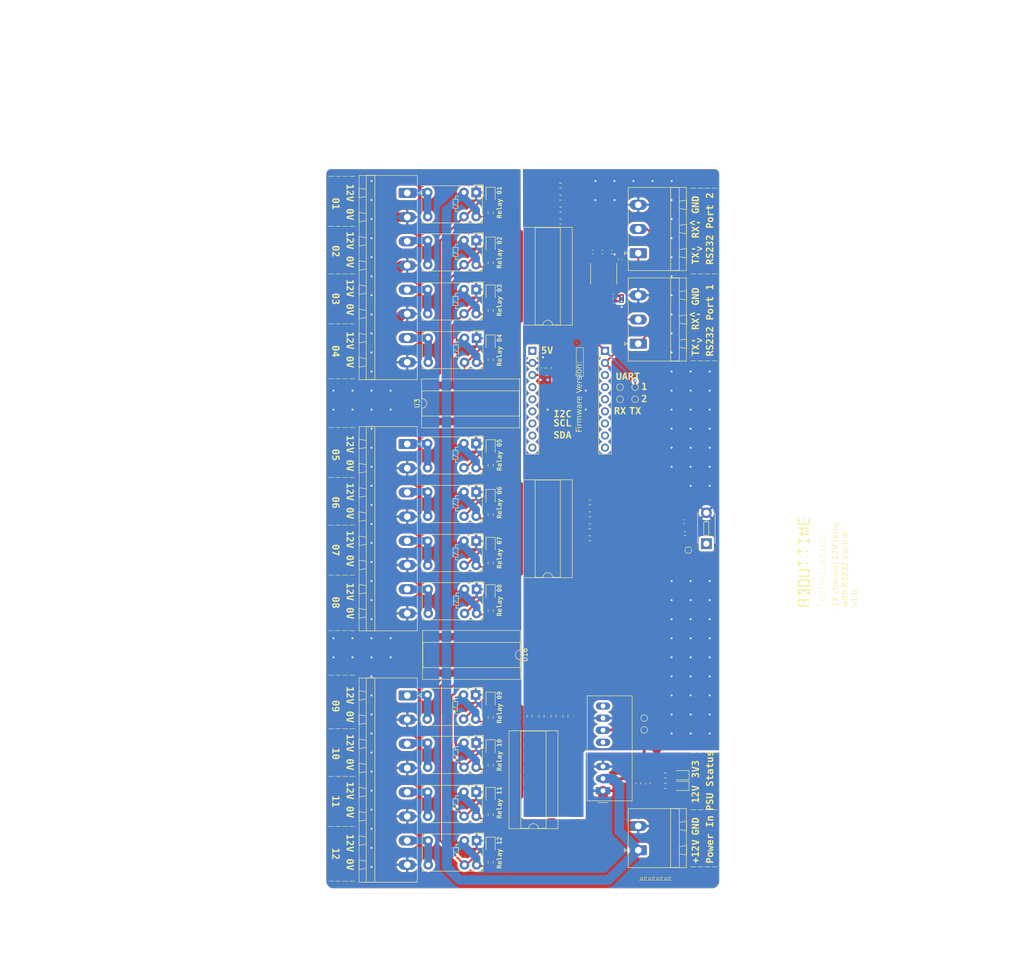
<source format=kicad_pcb>
(kicad_pcb (version 20240108) (generator "pcbnew") (generator_version "8.0")
  (layers (0 "F.Cu" signal) (31 "B.Cu" signal) (34 "B.Paste" user) (35 "F.Paste" user) (36 "B.SilkS" user "B.Silkscreen") (37 "F.SilkS" user "F.Silkscreen") (38 "B.Mask" user) (39 "F.Mask" user) (44 "Edge.Cuts" user))
  (net 0 "")
  (net 1 "GND")
  (net 2 "+12V")
  (net 3 "+3V3")
  (net 4 "GNDREF")
  (net 5 "Net-(U4-C1-)")
  (net 6 "Net-(U4-C1+)")
  (net 9 "+5V")
  (net 10 "Net-(U4-C2+)")
  (net 11 "Net-(U4-C2-)")
  (net 12 "Net-(U4-VS-)")
  (net 13 "Net-(U4-VS+)")
  (net 14 "BTN_01")
  (net 15 "/ULN_RELAY_05")
  (net 16 "RS232_1_RX")
  (net 17 "RS232_1_TX")
  (net 18 "RS232_2_TX")
  (net 19 "RS232_2_RX")
  (net 20 "/ULN_RELAY_06")
  (net 21 "/ULN_RELAY_07")
  (net 22 "/ULN_RELAY_08")
  (net 23 "/ULN_RELAY_09")
  (net 24 "Net-(D5-A)")
  (net 25 "Net-(D6-A)")
  (net 26 "Net-(D2-A)")
  (net 27 "/ULN_RELAY_10")
  (net 28 "/ULN_RELAY_11")
  (net 29 "/ULN_RELAY_12")
  (net 30 "/ULN_RELAY_01")
  (net 31 "/ULN_RELAY_02")
  (net 32 "/ULN_RELAY_03")
  (net 33 "/ULN_RELAY_04")
  (net 34 "/RELAY_OUT_03")
  (net 35 "/RELAY_OUT_04")
  (net 36 "/RELAY_OUT_02")
  (net 37 "/RELAY_OUT_01")
  (net 38 "/RELAY_OUT_07")
  (net 39 "Net-(D9-A)")
  (net 40 "Net-(D11-A)")
  (net 41 "/RELAY_OUT_05")
  (net 42 "/RELAY_OUT_08")
  (net 43 "/RELAY_OUT_06")
  (net 44 "/ESP_32_GPIO_05")
  (net 45 "/ESP_32_GPIO_01")
  (net 46 "/ESP_32_GPIO_02")
  (net 47 "/ESP_32_GPIO_00")
  (net 48 "/ESP_32_GPIO_04")
  (net 49 "/ESP_32_GPIO_03")
  (net 50 "/ESP_32_GPIO_15")
  (net 51 "UART_1_TX")
  (net 52 "/ESP_32_GPIO_18")
  (net 53 "UART_1_RX")
  (net 54 "/ESP_32_GPIO_20")
  (net 55 "UART_2_RX")
  (net 56 "UART_2_TX")
  (net 57 "/ESP_32_GPIO_19")
  (net 58 "/ESP_32_GPIO_22")
  (net 59 "Net-(D4-A)")
  (net 60 "Net-(D13-A)")
  (net 61 "/ESP_32_GPIO_21")
  (net 62 "/RELAY_OUT_09")
  (net 63 "/RELAY_OUT_12")
  (net 64 "/RELAY_OUT_11")
  (net 65 "/RELAY_OUT_10")
  (net 66 "Net-(R3-Pad2)")
  (net 67 "/RELAY_IN_05")
  (net 68 "Net-(R4-Pad2)")
  (net 69 "/RELAY_IN_06")
  (net 70 "/RELAY_IN_07")
  (net 71 "Net-(R9-Pad2)")
  (net 72 "/RELAY_IN_08")
  (net 73 "Net-(R11-Pad2)")
  (net 74 "/RELAY_IN_09")
  (net 75 "Net-(R13-Pad2)")
  (net 76 "/RELAY_IN_10")
  (net 77 "Net-(R15-Pad2)")
  (net 78 "/RELAY_IN_11")
  (net 79 "Net-(R17-Pad2)")
  (net 80 "Net-(R19-Pad2)")
  (net 81 "/RELAY_IN_12")
  (net 82 "/RELAY_IN_01")
  (net 83 "Net-(R21-Pad2)")
  (net 84 "Net-(R23-Pad2)")
  (net 85 "/RELAY_IN_02")
  (net 86 "/RELAY_IN_03")
  (net 87 "Net-(D1-A)")
  (net 88 "Net-(R25-Pad2)")
  (net 89 "/RELAY_IN_04")
  (net 90 "Net-(D3-A)")
  (net 91 "Net-(D7-A)")
  (net 92 "/ULN_ISO_05")
  (net 93 "/ULN_ISO_04")
  (net 94 "Net-(D8-A)")
  (net 95 "/ULN_ISO_02")
  (net 96 "Net-(D10-A)")
  (net 97 "Net-(D12-A)")
  (net 98 "/ULN_ISO_06")
  (net 99 "Net-(D14-A)")
  (net 101 "/ULN_ISO_01")
  (net 103 "/ULN_ISO_03")
  (net 104 "/ULN_ISO_07")
  (net 105 "/ULN_ISO_08")
  (net 106 "/ULN_ISO_09")
  (net 107 "/ULN_ISO_10")
  (net 108 "/ULN_ISO_11")
  (net 109 "/ULN_ISO_12")
  (net 112 "Net-(R7-Pad2)")
  (footprint "Resistor_SMD:R_0603_1608Metric" (layer "F.Cu") (at 113.69 150.375 90)
    (property "Reference" "R21" (hide yes))
    (property "Value" "220R")
  )
  (footprint "Resistor_SMD:R_0603_1608Metric" (layer "F.Cu") (at 123.825 107.98)
    (property "Reference" "R13" (hide yes))
    (property "Value" "220R")
  )
  (footprint "LED_SMD:LED_0805_2012Metric" (layer "F.Cu") (at 103 147 -90)
    (property "Reference" "D7" (hide yes))
    (property "Value" "RED")
  )
  (footprint "Button_Switch_THT:SW_PUSH_1P1T_6x3.5mm_H4.3_APEM_MJTP1243" (layer "F.Cu") (at 148.3 114.15 90)
    (property "Reference" "SW2" (hide yes))
    (property "Value" "SW_SPST")
  )
  (footprint "LED_SMD:LED_0805_2012Metric" (layer "F.Cu") (at 103 104.437501 -90)
    (property "Reference" "D2" (hide yes))
    (property "Value" "RED")
  )
  (footprint "Relay_THT:Relay_SPDT_Omron_G5V-1" (layer "F.Cu") (at 99.96 156 -90)
    (property "Reference" "K5" (hide yes))
    (property "Value" "G5V-1")
  )
  (footprint "TestPoint:TestPoint_Pad_D1.0mm" (layer "F.Cu") (at 144.5 115.5)
    (property "Reference" "TP12" (hide yes))
    (property "Value" "BTN_01")
  )
  (footprint "Connector_PinSocket_2.54mm:PinSocket_1x09_P2.54mm_Vertical" (layer "F.Cu") (at 111.775 73.66)
    (property "Reference" "J4" (hide yes))
    (property "Value" "Conn_01x09")
  )
  (footprint "Relay_THT:Relay_SPDT_Omron_G5V-1" (layer "F.Cu") (at 99.9575 60.7925 -90)
    (property "Reference" "K11" (hide yes))
    (property "Value" "G5V-1")
  )
  (footprint "Capacitor_SMD:C_0402_1005Metric" (layer "F.Cu") (at 128.725 62.1375)
    (property "Reference" "C7" (hide yes))
    (property "Value" "1uF")
  )
  (footprint "Capacitor_SMD:C_0402_1005Metric" (layer "F.Cu") (at 126.475 52.8875)
    (property "Reference" "C8" (hide yes))
    (property "Value" "0.1uF")
  )
  (footprint "Resistor_SMD:R_0603_1608Metric" (layer "F.Cu") (at 123.825 105.47)
    (property "Reference" "R7" (hide yes))
    (property "Value" "220R")
  )
  (footprint "Resistor_SMD:R_0603_1608Metric" (layer "F.Cu") (at 103 44.675 90)
    (property "Reference" "R22" (hide yes))
    (property "Value" "2000R")
  )
  (footprint "Capacitor_SMD:C_0402_1005Metric" (layer "F.Cu") (at 130.225 54.5 -90)
    (property "Reference" "C11" (hide yes))
    (property "Value" "0.1uF")
  )
  (footprint "TestPoint:TestPoint_Pad_D1.0mm" (layer "F.Cu") (at 135.25 153.25)
    (property "Reference" "TP1" (hide yes))
    (property "Value" "3V3")
  )
  (footprint "Relay_THT:Relay_SPDT_Omron_G5V-1" (layer "F.Cu") (at 99.9575 50.4925 -90)
    (property "Reference" "K9" (hide yes))
    (property "Value" "G5V-1")
  )
  (footprint "Connector_Phoenix_MSTB:PhoenixContact_MSTBA_2,5_2-G-5,08_1x02_P5.08mm_Horizontal" (layer "F.Cu") (at 134 178.5 90)
    (property "Reference" "J2" (hide yes))
    (property "Value" "Conn_01x02")
  )
  (footprint "LED_SMD:LED_0805_2012Metric" (layer "F.Cu") (at 103 94 -90)
    (property "Reference" "D1" (hide yes))
    (property "Value" "RED")
  )
  (footprint "Relay_THT:Relay_SPDT_Omron_G5V-1" (layer "F.Cu") (at 100.06 176.5 -90)
    (property "Reference" "K7" (hide yes))
    (property "Value" "G5V-1")
  )
  (footprint "Connector_Phoenix_MSTB:PhoenixContact_MSTBA_2,5_8-G-5,08_1x08_P5.08mm_Horizontal" (layer "F.Cu") (at 85.5 40.5 -90)
    (property "Reference" "J1" (hide yes))
    (property "Value" "Conn_01x08")
  )
  (footprint "LED_SMD:LED_0805_2012Metric" (layer "F.Cu") (at 103 167 -90)
    (property "Reference" "D9" (hide yes))
    (property "Value" "RED")
  )
  (footprint "Resistor_SMD:R_0603_1608Metric" (layer "F.Cu") (at 103 118.175 90)
    (property "Reference" "R10" (hide yes))
    (property "Value" "2000R")
  )
  (footprint "LED_SMD:LED_0805_2012Metric" (layer "F.Cu") (at 103 61.5 -90)
    (property "Reference" "D13" (hide yes))
    (property "Value" "RED")
  )
  (footprint "LOGO" (layer "F.Cu") (at 172 118 90)
    (property "Reference" "G***" (hide yes))
    (property "Value" "LOGO" (hide yes))
  )
  (footprint "Capacitor_SMD:C_0402_1005Metric" (layer "F.Cu") (at 124.475 52.8875)
    (property "Reference" "C10" (hide yes))
    (property "Value" "0.1uF")
  )
  (footprint "Capacitor_SMD:C_0402_1005Metric" (layer "F.Cu") (at 114 77.25 -90)
    (property "Reference" "C4" (hide yes))
    (property "Value" "1uF")
  )
  (footprint "Connector_Phoenix_MSTB:PhoenixContact_MSTBA_2,5_8-G-5,08_1x08_P5.08mm_Horizontal" (layer "F.Cu") (at 85.5 146 -90)
    (property "Reference" "J6" (hide yes))
    (property "Value" "Conn_01x08")
  )
  (footprint "Package_DIP:DIP-16_W7.62mm_SMDSocket_SmallPads" (layer "F.Cu") (at 115 111 180)
    (property "Reference" "U2" (hide yes))
    (property "Value" "LTV-847")
  )
  (footprint "Resistor_SMD:R_0603_1608Metric" (layer "F.Cu") (at 103 75.5 90)
    (property "Reference" "R28" (hide yes))
    (property "Value" "2000R")
  )
  (footprint "Resistor_SMD:R_0603_1608Metric" (layer "F.Cu") (at 103 181 90)
    (property "Reference" "R20" (hide yes))
    (property "Value" "2000R")
  )
  (footprint "Resistor_SMD:R_0603_1608Metric" (layer "F.Cu") (at 116.2 150.375 90)
    (property "Reference" "R23" (hide yes))
    (property "Value" "220R")
  )
  (footprint "Capacitor_SMD:C_0402_1005Metric" (layer "F.Cu") (at 143.6 109.5)
    (property "Reference" "C14" (hide yes))
    (property "Value" "1uF")
  )
  (footprint "Relay_THT:Relay_SPDT_Omron_G5V-1" (layer "F.Cu") (at 99.86 145.9 -90)
    (property "Reference" "K4" (hide yes))
    (property "Value" "G5V-1")
  )
  (footprint "TestPoint:TestPoint_Pad_D1.0mm" (layer "F.Cu") (at 130.175 83.82)
    (property "Reference" "TP8" (hide yes))
    (property "Value" "UART_2_RX")
  )
  (footprint "Package_SO:TSSOP-16_4.4x5mm_P0.65mm" (layer "F.Cu") (at 126.75 57.5 -90)
    (property "Reference" "U4" (hide yes))
    (property "Value" "MAX3232")
  )
  (footprint "Relay_THT:Relay_SPDT_Omron_G5V-1" (layer "F.Cu") (at 99.96 113.6 -90)
    (property "Reference" "K2" (hide yes))
    (property "Value" "G5V-1")
  )
  (footprint "Relay_THT:Relay_SPDT_Omron_G5V-1" (layer "F.Cu") (at 99.94 93.12 -90)
    (property "Reference" "K10" (hide yes))
    (property "Value" "G5V-1")
  )
  (footprint "Resistor_SMD:R_0603_1608Metric" (layer "F.Cu") (at 103 97.675 90)
    (property "Reference" "R5" (hide yes))
    (property "Value" "2000R")
  )
  (footprint "Resistor_SMD:R_0603_1608Metric" (layer "F.Cu") (at 139.7 162.8)
    (property "Reference" "R2" (hide yes))
    (property "Value" "220R")
  )
  (footprint "Package_DIP:DIP-16_W7.62mm_SMDSocket_SmallPads" (layer "F.Cu") (at 99 137.5 -90)
    (property "Reference" "U16")
    (property "Value" "ULN2003")
  )
  (footprint "Resistor_SMD:R_0603_1608Metric" (layer "F.Cu") (at 103 108 90)
    (property "Reference" "R8" (hide yes))
    (property "Value" "2000R")
  )
  (footprint "LED_SMD:LED_0805_2012Metric" (layer "F.Cu") (at 103 157 -90)
    (property "Reference" "D8" (hide yes))
    (property "Value" "RED")
  )
  (footprint "Package_DIP:DIP-16_W7.62mm_SMDSocket_SmallPads" (layer "F.Cu") (at 112 163.7 180)
    (property "Reference" "U6" (hide yes))
    (property "Value" "LTV-847")
  )
  (footprint "Connector_PinSocket_2.54mm:PinSocket_1x09_P2.54mm_Vertical" (layer "F.Cu") (at 127.015 73.66)
    (property "Reference" "J5" (hide yes))
    (property "Value" "Conn_01x09")
  )
  (footprint "Resistor_SMD:R_0603_1608Metric" (layer "F.Cu") (at 103 128.175 90)
    (property "Reference" "R12" (hide yes))
    (property "Value" "2000R")
  )
  (footprint "TestPoint:TestPoint_Pad_D1.0mm" (layer "F.Cu") (at 130.175 81.28)
    (property "Reference" "TP6" (hide yes))
    (property "Value" "UART_1_RX")
  )
  (footprint "Relay_THT:Relay_SPDT_Omron_G5V-1" (layer "F.Cu") (at 99.96 40.4 -90)
    (property "Reference" "K8" (hide yes))
    (property "Value" "G5V-1")
  )
  (footprint "Relay_THT:Relay_SPDT_Omron_G5V-1" (layer "F.Cu") (at 100.06 71 -90)
    (property "Reference" "K12" (hide yes))
    (property "Value" "G5V-1")
  )
  (footprint "Connector_Phoenix_MSTB:PhoenixContact_MSTBA_2,5_8-G-5,08_1x08_P5.08mm_Horizontal" (layer "F.Cu") (at 85.5 93.22 -90)
    (property "Reference" "J3" (hide yes))
    (property "Value" "Conn_01x08")
  )
  (footprint "Resistor_SMD:R_0603_1608Metric" (layer "F.Cu") (at 139.715 165)
    (property "Reference" "R1" (hide yes))
    (property "Value" "2000R")
  )
  (footprint "Relay_THT:Relay_SPDT_Omron_G5V-1" (layer "F.Cu") (at 100.059999 123.72 -90)
    (property "Reference" "K3" (hide yes))
    (property "Value" "G5V-1")
  )
  (footprint "Capacitor_SMD:C_0603_1608Metric" (layer "F.Cu") (at 136 164.5 -90)
    (property "Reference" "C2" (hide yes))
    (property "Value" "10u")
  )
  (footprint "Resistor_SMD:R_0603_1608Metric" (layer "F.Cu") (at 118.71 150.375 90)
    (property "Reference" "R25" (hide yes))
    (property "Value" "220R")
  )
  (footprint "Resistor_SMD:R_0603_1608Metric" (layer "F.Cu") (at 123.825 110.49)
    (property "Reference" "R15" (hide yes))
    (property "Value" "220R")
  )
  (footprint "Resistor_SMD:R_0603_1608Metric" (layer "F.Cu") (at 117.675 38.98)
    (property "Reference" "R3" (hide yes))
    (property "Value" "220R")
  )
  (footprint "Capacitor_SMD:C_0603_1608Metric" (layer "F.Cu") (at 115.25 77.25 90)
    (property "Reference" "C3" (hide yes))
    (property "Value" "10u")
  )
  (footprint "Resistor_SMD:R_0603_1608Metric" (layer "F.Cu") (at 103 150.675 90)
    (property "Reference" "R14" (hide yes))
    (property "Value" "2000R")
  )
  (footprint "Resistor_SMD:R_0603_1608Metric" (layer "F.Cu") (at 117.675 41.49)
    (property "Reference" "R4" (hide yes))
    (property "Value" "220R")
  )
  (footprint "Resistor_SMD:R_0603_1608Metric" (layer "F.Cu") (at 117.675 44)
    (property "Reference" "R9" (hide yes))
    (property "Value" "220R")
  )
  (footprint "Relay_THT:Relay_SPDT_Omron_G5V-1" (layer "F.Cu") (at 99.96 103.3 -90)
    (property "Reference" "K1" (hide yes))
    (property "Value" "G5V-1")
  )
  (footprint "LED_SMD:LED_0805_2012Metric" (layer "F.Cu") (at 103 41 -90)
    (property "Reference" "D11" (hide yes))
    (property "Value" "RED")
  )
  (footprint "Resistor_SMD:R_0603_1608Metric" (layer "F.Cu") (at 111.18 150.375 90)
    (property "Reference" "R19" (hide yes))
    (property "Value" "220R")
  )
  (footprint "Resistor_SMD:R_0603_1608Metric" (layer "F.Cu") (at 103 160.675 90)
    (property "Reference" "R16" (hide yes))
    (property "Value" "2000R")
  )
  (footprint "Package_DIP:DIP-16_W7.62mm_SMDSocket_SmallPads" (layer "F.Cu") (at 115 58 180)
    (property "Reference" "U5" (hide yes))
    (property "Value" "LTV-847")
  )
  (footprint "TestPoint:TestPoint_Pad_D1.0mm" (layer "F.Cu") (at 133.35 81.28)
    (property "Reference" "TP5" (hide yes))
    (property "Value" "UART_1_TX")
  )
  (footprint "LED_SMD:LED_0805_2012Metric" (layer "F.Cu") (at 103 124.437501 -90)
    (property "Reference" "D4" (hide yes))
    (property "Value" "RED")
  )
  (footprint "LED_SMD:LED_0805_2012Metric" (layer "F.Cu") (at 103 51.437501 -90)
    (property "Reference" "D12" (hide yes))
    (property "Value" "RED")
  )
  (footprint "Resistor_SMD:R_0603_1608Metric" (layer "F.Cu") (at 117.675 46.51)
    (property "Reference" "R11" (hide yes))
    (property "Value" "220R")
  )
  (footprint "Capacitor_SMD:C_0603_1608Metric" (layer "F.Cu") (at 134 164.5 -90)
    (property "Reference" "C1" (hide yes))
    (property "Value" "10u")
  )
  (footprint "Resistor_SMD:R_0603_1608Metric" (layer "F.Cu") (at 103 171 90)
    (property "Reference" "R18" (hide yes))
    (property "Value" "2000R")
  )
  (footprint "TestPoint:TestPoint_Pad_D1.0mm" (layer "F.Cu") (at 135.25 150.75)
    (property "Reference" "TP4" (hide yes))
    (property "Value" "GND_ISO")
  )
  (footprint "Connector_Phoenix_MSTB:PhoenixContact_MSTBA_2,5_3-G-5,08_1x03_P5.08mm_Horizontal" (layer "F.Cu") (at 134 53.16 90)
    (property "Reference" "J8" (hide yes))
    (property "Value" "RS232_2")
  )
  (footprint "LED_SMD:LED_0805_2012Metric" (layer "F.Cu") (at 103 114.5 -90)
    (property "Reference" "D3" (hide yes))
    (property "Value" "RED")
  )
  (footprint "Resistor_SMD:R_0603_1608Metric" (layer "F.Cu") (at 103 55.175 90)
    (property "Reference" "R24" (hide yes))
    (property "Value" "2000R")
  )
  (footprint "Relay_THT:Relay_SPDT_Omron_G5V-1" (layer "F.Cu") (at 99.9575 166.2925 -90)
    (property "Reference" "K6" (hide yes))
    (property "Value" "G5V-1")
  )
  (footprint "Resistor_SMD:R_0603_1608Metric" (layer "F.Cu") (at 123.825 113)
    (property "Reference" "R17" (hide yes))
    (property "Value" "220R")
  )
  (footprint "Resistor_SMD:R_0402_1005Metric" (layer "F.Cu") (at 143.8 112)
    (property "Reference" "R6" (hide yes))
    (property "Value" "10K")
  )
  (footprint "TestPoint:TestPoint_Pad_D1.0mm" (layer "F.Cu") (at 133.35 83.82)
    (property "Reference" "TP7" (hide yes))
    (property "Value" "UART_2_TX")
  )
  (footprint "LED_SMD:LED_0805_2012Metric" (layer "F.Cu") (at 143 165 180)
    (property "Reference" "D5" (hide yes))
    (property "Value" "Green")
  )
  (footprint "Package_DIP:DIP-16_W7.62mm_SMDSocket_SmallPads" (layer "F.Cu") (at 98.8 84.7 90)
    (property "Reference" "U3")
    (property "Value" "ULN2003")
  )
  (footprint "LED_SMD:LED_0805_2012Metric" (layer "F.Cu") (at 103 72 -90)
    (property "Reference" "D14" (hide yes))
    (property "Value" "RED")
  )
  (footprint "Capacitor_SMD:C_0402_1005Metric" (layer "F.Cu") (at 128.475 52.9075 180)
    (property "Reference" "C6" (hide yes))
    (property "Value" "0.1uF")
  )
  (footprint "LED_SMD:LED_0805_2012Metric" (layer "F.Cu") (at 103 177.437501 -90)
    (property "Reference" "D10" (hide yes))
    (property "Value" "RED")
  )
  (footprint "Capacitor_SMD:C_0402_1005Metric" (layer "F.Cu") (at 128.75 63.25)
    (property "Reference" "C9" (hide yes))
    (property "Value" "0.1uF")
  )
  (footprint "LED_SMD:LED_0805_2012Metric" (layer "F.Cu") (at 143 162.75 180)
    (property "Reference" "D6" (hide yes))
    (property "Value" "Green")
  )
  (footprint "Connector_Phoenix_MSTB:PhoenixContact_MSTBA_2,5_3-G-5,08_1x03_P5.08mm_Horizontal" (layer "F.Cu") (at 134 72.16 90)
    (property "Reference" "J7" (hide yes))
    (property "Value" "RS232_1")
  )
  (footprint "Converter_DCDC:Converter_DCDC_TRACO_TMR-xxxx_THT" (layer "F.Cu") (at 126.6 166.0075 90)
    (property "Reference" "U1" (hide yes))
    (property "Value" "TEC2-1210WI")
  )
  (footprint "Resistor_SMD:R_0603_1608Metric" (layer "F.Cu") (at 103 65.175 90)
    (property "Reference" "R26" (hide yes))
    (property "Value" "2000R")
  )
  (gr_line (start 145 158) (end 150.5 158) (stroke (width 0.1) (type dash)) (layer "F.SilkS"))
  (gr_line (start 145 75.75) (end 150.5 75.75) (stroke (width 0.1) (type dash)) (layer "F.SilkS"))
  (gr_line (start 74.5 110.25) (end 69 110.25) (stroke (width 0.1) (type dash)) (layer "F.SilkS"))
  (gr_line (start 74.45 132.4) (end 68.95 132.4) (stroke (width 0.1) (type dash)) (layer "F.SilkS"))
  (gr_rect (start 121 73) (end 122.5 79) (stroke (width 0.1)) (fill none) (layer "F.SilkS"))
  (gr_line (start 74.5 120.75) (end 69 120.75) (stroke (width 0.1) (type dash)) (layer "F.SilkS"))
  (gr_line (start 74.5 79.5) (end 69 79.5) (stroke (width 0.1) (type dash)) (layer "F.SilkS"))
  (gr_line (start 74.5 68) (end 69 68) (stroke (width 0.1) (type dash)) (layer "F.SilkS"))
  (gr_line (start 74.5 57.5) (end 69 57.5) (stroke (width 0.1) (type dash)) (layer "F.SilkS"))
  (gr_line (start 74.5 89.75) (end 69 89.75) (stroke (width 0.1) (type dash)) (layer "F.SilkS"))
  (gr_line (start 145 182) (end 150.5 182) (stroke (width 0.1) (type dash)) (layer "F.SilkS"))
  (gr_line (start 74.5 153) (end 69 153) (stroke (width 0.1) (type dash)) (layer "F.SilkS"))
  (gr_line (start 74.5 100.25) (end 69 100.25) (stroke (width 0.1) (type dash)) (layer "F.SilkS"))
  (gr_line (start 74.5 185) (end 69 185) (stroke (width 0.1) (type dash)) (layer "F.SilkS"))
  (gr_line (start 145 57.5) (end 150.5 57.5) (stroke (width 0.1) (type dash)) (layer "F.SilkS"))
  (gr_line (start 74.5 141.75) (end 69 141.75) (stroke (width 0.1) (type dash)) (layer "F.SilkS"))
  (gr_line (start 74.5 37) (end 69 37) (stroke (width 0.1) (type dash)) (layer "F.SilkS"))
  (gr_line (start 145 39.5) (end 150.5 39.5) (stroke (width 0.1) (type dash)) (layer "F.SilkS"))
  (gr_line (start 74.5 47.5) (end 69 47.5) (stroke (width 0.1) (type dash)) (layer "F.SilkS"))
  (gr_line (start 74.5 163) (end 69 163) (stroke (width 0.1) (type dash)) (layer "F.SilkS"))
  (gr_line (start 145 170) (end 150.5 170) (stroke (width 0.1) (type dash)) (layer "F.SilkS"))
  (gr_line (start 145 170) (end 150.5 170) (stroke (width 0.1) (type dash)) (layer "F.SilkS"))
  (gr_line (start 74.5 173.5) (end 69 173.5) (stroke (width 0.1) (type dash)) (layer "F.SilkS"))
  (gr_line (start 70 186.5) (end 149.5 186.5) (stroke (width 0.05)) (layer "Edge.Cuts"))
  (gr_line (start 150 35.5) (end 69.5 35.5) (stroke (width 0.05)) (layer "Edge.Cuts"))
  (gr_arc (start 150 35.5) (mid 150.707107 35.792893) (end 151 36.5) (stroke (width 0.05)) (layer "Edge.Cuts"))
  (gr_arc (start 151 185) (mid 150.56066 186.06066) (end 149.5 186.5) (stroke (width 0.05)) (layer "Edge.Cuts"))
  (gr_arc (start 70 186.5) (mid 68.93934 186.06066) (end 68.5 185) (stroke (width 0.05)) (layer "Edge.Cuts"))
  (gr_line (start 151 185) (end 151 36.5) (stroke (width 0.05)) (layer "Edge.Cuts"))
  (gr_line (start 68.5 36.5) (end 68.5 185) (stroke (width 0.05)) (layer "Edge.Cuts"))
  (gr_arc (start 68.5 36.5) (mid 68.792893 35.792893) (end 69.5 35.5) (stroke (width 0.05)) (layer "Edge.Cuts"))
  (gr_text "11" (at 69.5 168.25 270) (layer "F.SilkS") (effects (font (size 1.5 1.5) (thickness 0.3) (bold yes)) (justify bottom)))
  (gr_text "Relay 09" (at 105.490049 148.509951 90) (layer "F.SilkS") (effects (font (size 1 1) (thickness 0.2) (bold yes)) (justify bottom)))
  (gr_text "0V" (at 72.5 65 270) (layer "F.SilkS") (effects (font (size 1.5 1.5) (thickness 0.3) (bold yes)) (justify bottom)))
  (gr_text "12V" (at 72.5 103.25 270) (layer "F.SilkS") (effects (font (size 1.5 1.5) (thickness 0.3) (bold yes)) (justify bottom)))
  (gr_text "Relay 12" (at 105.490049 179.009951 90) (layer "F.SilkS") (effects (font (size 1 1) (thickness 0.2) (bold yes)) (justify bottom)))
  (gr_text "UART" (at 131.826 80.01 0) (layer "F.SilkS") (effects (font (size 1.5 1.5) (thickness 0.3) (bold yes)) (justify bottom)))
  (gr_text "->" (at 146 46.75 180) (layer "F.SilkS") (effects (font (size 1.5 1.5) (thickness 0.3) (bold yes))))
  (gr_text "12" (at 69.5 179.25 270) (layer "F.SilkS") (effects (font (size 1.5 1.5) (thickness 0.3) (bold yes)) (justify bottom)))
  (gr_text "Relay 07" (at 105.490049 116.009951 90) (layer "F.SilkS") (effects (font (size 1 1) (thickness 0.2) (bold yes)) (justify bottom)))
  (gr_text "+12V" (at 147 178.75 90) (layer "F.SilkS") (effects (font (size 1.5 1.5) (thickness 0.3) (bold yes)) (justify bottom)))
  (gr_text "12V" (at 72.5 40.5 270) (layer "F.SilkS") (effects (font (size 1.5 1.5) (thickness 0.3) (bold yes)) (justify bottom)))
  (gr_text "12V" (at 147 166.75 90) (layer "F.SilkS") (effects (font (size 1.5 1.5) (thickness 0.3) (bold yes)) (justify bottom)))
  (gr_text "0V" (at 72.5 117.75 270) (layer "F.SilkS") (effects (font (size 1.5 1.5) (thickness 0.3) (bold yes)) (justify bottom)))
  (gr_text "SCL" (at 116.205 88.9 0) (layer "F.SilkS") (effects (font (size 1.5 1.5) (thickness 0.3) (bold yes)) (justify left)))
  (gr_text "08" (at 69.5 126.5 270) (layer "F.SilkS") (effects (font (size 1.5 1.5) (thickness 0.3) (bold yes)) (justify bottom)))
  (gr_text "RX" (at 130.175 86.36 0) (layer "F.SilkS") (effects (font (size 1.5 1.5) (thickness 0.3) (bold yes))))
  (gr_text "->" (at 146 66 180) (layer "F.SilkS") (effects (font (size 1.5 1.5) (thickness 0.3) (bold yes))))
  (gr_text "1" (at 134.62 81.28 0) (layer "F.SilkS") (effects (font (size 1.5 1.5) (thickness 0.3) (bold yes)) (justify left)))
  (gr_text "04" (at 69.5 73.75 270) (layer "F.SilkS") (effects (font (size 1.5 1.5) (thickness 0.3) (bold yes)) (justify bottom)))
  (gr_text "12V" (at 72.5 177 270) (layer "F.SilkS") (effects (font (size 1.5 1.5) (thickness 0.3) (bold yes)) (justify bottom)))
  (gr_text "Relay 10" (at 105.490049 158.509951 90) (layer "F.SilkS") (effects (font (size 1 1) (thickness 0.2) (bold yes)) (justify bottom)))
  (gr_text "0V" (at 72.5 55 270) (layer "F.SilkS") (effects (font (size 1.5 1.5) (thickness 0.3) (bold yes)) (justify bottom)))
  (gr_text "Relay 06" (at 105.490049 105.509951 90) (layer "F.SilkS") (effects (font (size 1 1) (thickness 0.2) (bold yes)) (justify bottom)))
  (gr_text "TX" (at 147 73.5 90) (layer "F.SilkS") (effects (font (size 1.5 1.5) (thickness 0.3) (bold yes)) (justify bottom)))
  (gr_text "09" (at 69.5 148.25 270) (layer "F.SilkS") (effects (font (size 1.5 1.5) (thickness 0.3) (bold yes)) (justify bottom)))
  (gr_text "0V" (at 72.5 160.5 270) (layer "F.SilkS") (effects (font (size 1.5 1.5) (thickness 0.3) (bold yes)) (justify bottom)))
  (gr_text "Relay 11" (at 105.490049 168.509951 90) (layer "F.SilkS") (effects (font (size 1 1) (thickness 0.2) (bold yes)) (justify bottom)))
  (gr_text "JLCJLCJLCJLC" (at 134.123314 184.920114 0) (layer "F.SilkS") (effects (font (size 0.66 0.66) (thickness 0.1)) (justify left bottom)))
  (gr_text "Power In" (at 150 176.25 90) (layer "F.SilkS") (effects (font (size 1.5 1.5) (thickness 0.3) (bold yes)) (justify bottom)))
  (gr_text "2" (at 134.62 83.82 0) (layer "F.SilkS") (effects (font (size 1.5 1.5) (thickness 0.3) (bold yes)) (justify left)))
  (gr_text "10" (at 69.5 158.25 270) (layer "F.SilkS") (effects (font (size 1.5 1.5) (thickness 0.3) (bold yes)) (justify bottom)))
  (gr_text "02" (at 69.5 52.75 270) (layer "F.SilkS") (effects (font (size 1.5 1.5) (thickness 0.3) (bold yes)) (justify bottom)))
  (gr_text "I2C" (at 116.205 86.995 0) (layer "F.SilkS") (effects (font (size 1.5 1.5) (thickness 0.3) (bold yes)) (justify left)))
  (gr_text "0V" (at 72.5 150.5 270) (layer "F.SilkS") (effects (font (size 1.5 1.5) (thickness 0.3) (bold yes)) (justify bottom)))
  (gr_text "RX" (at 147 48.75 90) (layer "F.SilkS") (effects (font (size 1.5 1.5) (thickness 0.3) (bold yes)) (justify bottom)))
  (gr_text "0V" (at 72.5 181.5 270) (layer "F.SilkS") (effects (font (size 1.5 1.5) (thickness 0.3) (bold yes)) (justify bottom)))
  (gr_text "3V3" (at 147 161.5 90) (layer "F.SilkS") (effects (font (size 1.5 1.5) (thickness 0.3) (bold yes)) (justify bottom)))
  (gr_text "05" (at 69.5 95.5 270) (layer "F.SilkS") (effects (font (size 1.5 1.5) (thickness 0.3) (bold yes)) (justify bottom)))
  (gr_text "06" (at 69.5 105.5 270) (layer "F.SilkS") (effects (font (size 1.5 1.5) (thickness 0.3) (bold yes)) (justify bottom)))
  (gr_text "12V" (at 72.5 93.25 270) (layer "F.SilkS") (effects (font (size 1.5 1.5) (thickness 0.3) (bold yes)) (justify bottom)))
  (gr_text "SDA" (at 116.205 91.44 0) (layer "F.SilkS") (effects (font (size 1.5 1.5) (thickness 0.3) (bold yes)) (justify left)))
  (gr_text "TX" (at 133.35 86.36 0) (layer "F.SilkS") (effects (font (size 1.5 1.5) (thickness 0.3) (bold yes))))
  (gr_text "0V" (at 72.5 45 270) (layer "F.SilkS") (effects (font (size 1.5 1.5) (thickness 0.3) (bold yes)) (justify bottom)))
  (gr_text "RX" (at 147 68 90) (layer "F.SilkS") (effects (font (size 1.5 1.5) (thickness 0.3) (bold yes)) (justify bottom)))
  (gr_text "12V" (at 72.5 60.5 270) (layer "F.SilkS") (effects (font (size 1.5 1.5) (thickness 0.3) (bold yes)) (justify bottom)))
  (gr_text "01" (at 69.5 42.75 270) (layer "F.SilkS") (effects (font (size 1.5 1.5) (thickness 0.3) (bold yes)) (justify bottom)))
  (gr_text "07" (at 69.5 115.5 270) (layer "F.SilkS") (effects (font (size 1.5 1.5) (thickness 0.3) (bold yes)) (justify bottom)))
  (gr_text "Relay 08" (at 105.490049 126.009951 90) (layer "F.SilkS") (effects (font (size 1 1) (thickness 0.2) (bold yes)) (justify bottom)))
  (gr_text "12V" (at 72.5 166 270) (layer "F.SilkS") (effects (font (size 1.5 1.5) (thickness 0.3) (bold yes)) (justify bottom)))
  (gr_text "Relay 03" (at 105.490049 63.009951 90) (layer "F.SilkS") (effects (font (size 1 1) (thickness 0.2) (bold yes)) (justify bottom)))
  (gr_text "5V" (at 113.6 73.66 0) (layer "F.SilkS") (effects (font (size 1.5 1.5) (thickness 0.3) (bold yes)) (justify left)))
  (gr_text "0V" (at 72.5 76 270) (layer "F.SilkS") (effects (font (size 1.5 1.5) (thickness 0.3) (bold yes)) (justify bottom)))
  (gr_text "12V" (at 72.5 71.5 270) (layer "F.SilkS") (effects (font (size 1.5 1.5) (thickness 0.3) (bold yes)) (justify bottom)))
  (gr_text "0V" (at 72.5 107.75 270) (layer "F.SilkS") (effects (font (size 1.5 1.5) (thickness 0.3) (bold yes)) (justify bottom)))
  (gr_text "12 channel 12V relay \nwith RS232 control\nv1.0" (at 180.181515 127.411391 90) (layer "F.SilkS") (effects (font (size 1.2 1.2) (thickness 0.1)) (justify left bottom)))
  (gr_text "0V" (at 72.5 97.75 270) (layer "F.SilkS") (effects (font (size 1.5 1.5) (thickness 0.3) (bold yes)) (justify bottom)))
  (gr_text "03" (at 69.5 62.75 270) (layer "F.SilkS") (effects (font (size 1.5 1.5) (thickness 0.3) (bold yes)) (justify bottom)))
  (gr_text "TX" (at 147 54.25 90) (layer "F.SilkS") (effects (font (size 1.5 1.5) (thickness 0.3) (bold yes)) (justify bottom)))
  (gr_text "12V" (at 72.5 124.25 270) (layer "F.SilkS") (effects (font (size 1.5 1.5) (thickness 0.3) (bold yes)) (justify bottom)))
  (gr_text "->" (at 146.25 52.25 0) (layer "F.SilkS") (effects (font (size 1.5 1.5) (thickness 0.3) (bold yes))))
  (gr_text "RS232 Port 1" (at 150 67.25 90) (layer "F.SilkS") (effects (font (size 1.5 1.5) (thickness 0.3) (bold yes)) (justify bottom)))
  (gr_text "Relay 02" (at 105.490049 53.009951 90) (layer "F.SilkS") (effects (font (size 1 1) (thickness 0.2) (bold yes)) (justify bottom)))
  (gr_text "RS232 Port 2" (at 150 48 90) (layer "F.SilkS") (effects (font (size 1.5 1.5) (thickness 0.3) (bold yes)) (justify bottom)))
  (gr_text "GND" (at 147 173.5 90) (layer "F.SilkS") (effects (font (size 1.5 1.5) (thickness 0.3) (bold yes)) (justify bottom)))
  (gr_text "12V" (at 72.5 50.5 270) (layer "F.SilkS") (effects (font (size 1.5 1.5) (thickness 0.3) (bold yes)) (justify bottom)))
  (gr_text "PSU Status" (at 150 163.9 90) (layer "F.SilkS") (effects (font (size 1.5 1.5) (thickness 0.3) (bold yes)) (justify bottom)))
  (gr_text "0V" (at 72.5 170.5 270) (layer "F.SilkS") (effects (font (size 1.5 1.5) (thickness 0.3) (bold yes)) (justify bottom)))
  (gr_text "12V" (at 72.5 156 270) (layer "F.SilkS") (effects (font (size 1.5 1.5) (thickness 0.3) (bold yes)) (justify bottom)))
  (gr_text "Relay 04" (at 105.490049 73.509951 90) (layer "F.SilkS") (effects (font (size 1 1) (thickness 0.2) (bold yes)) (justify bottom)))
  (gr_text "12V" (at 72.5 113.25 270) (layer "F.SilkS") (effects (font (size 1.5 1.5) (thickness 0.3) (bold yes)) (justify bottom)))
  (gr_text "GND" (at 147 62.25 90) (layer "F.SilkS") (effects (font (size 1.5 1.5) (thickness 0.3) (bold yes)) (justify bottom)))
  (gr_text "GND" (at 147 43 90) (layer "F.SilkS") (effects (font (size 1.5 1.5) (thickness 0.3) (bold yes)) (justify bottom)))
  (gr_text "Relay 05" (at 105.490049 95.509951 90) (layer "F.SilkS") (effects (font (size 1 1) (thickness 0.2) (bold yes)) (justify bottom)))
  (gr_text "Firmware Version:" (at 122.3 90.8 90) (layer "F.SilkS") (effects (font (size 1.2 1.2) (thickness 0.1)) (justify left bottom)))
  (gr_text "->" (at 146.25 71.5 0) (layer "F.SilkS") (effects (font (size 1.5 1.5) (thickness 0.3) (bold yes))))
  (gr_text "12V" (at 72.5 146 270) (layer "F.SilkS") (effects (font (size 1.5 1.5) (thickness 0.3) (bold yes)) (justify bottom)))
  (gr_text "0V" (at 72.5 128.75 270) (layer "F.SilkS") (effects (font (size 1.5 1.5) (thickness 0.3) (bold yes)) (justify bottom)))
  (gr_text "Relay 01" (at 105.490049 42.509951 90) (layer "F.SilkS") (effects (font (size 1 1) (thickness 0.2) (bold yes)) (justify bottom)))
  (segment (start 81 69.5) (end 81 183) (width 2) (layer "F.Cu") (net 1))
  (segment (start 120.75 184.5) (end 131.83 173.42) (width 2) (layer "F.Cu") (net 1))
  (segment (start 126.6 166.0075) (end 133.2675 166.0075) (width 0.6) (layer "F.Cu") (net 1))
  (segment (start 131.83 173.42) (end 134 173.42) (width 2) (layer "F.Cu") (net 1))
  (segment (start 134 165.275) (end 136 165.275) (width 0.6) (layer "F.Cu") (net 1))
  (segment (start 85.5 55.74) (end 84.26 55.74) (width 2) (layer "F.Cu") (net 1))
  (segment (start 82.92 45.58) (end 85.5 45.58) (width 2) (layer "F.Cu") (net 1))
  (segment (start 137.025 165.275) (end 138.75 167) (width 0.6) (layer "F.Cu") (net 1))
  (segment (start 81 47.5) (end 82.92 45.58) (width 2) (layer "F.Cu") (net 1))
  (segment (start 84.6 65.9) (end 81 69.5) (width 2) (layer "F.Cu") (net 1))
  (segment (start 136 165.275) (end 137.025 165.275) (width 0.6) (layer "F.Cu") (net 1))
  (segment (start 84.26 55.74) (end 81 59) (width 2) (layer "F.Cu") (net 1))
  (segment (start 133.2675 166.0075) (end 134 165.275) (width 0.6) (layer "F.Cu") (net 1))
  (segment (start 85.5 65.9) (end 84.6 65.9) (width 2) (layer "F.Cu") (net 1))
  (segment (start 130.42 173.42) (end 126.6 169.6) (width 2) (layer "F.Cu") (net 1))
  (segment (start 134 173.42) (end 130.42 173.42) (width 2) (layer "F.Cu") (net 1))
  (segment (start 120.75 184.5) (end 82.5 184.5) (width 2) (layer "F.Cu") (net 1))
  (segment (start 138.75 167) (end 141.9375 167) (width 0.6) (layer "F.Cu") (net 1))
  (segment (start 126.6 169.6) (end 126.6 166.0075) (width 2) (layer "F.Cu") (net 1))
  (segment (start 81 69.5) (end 81 59) (width 2) (layer "F.Cu") (net 1))
  (segment (start 81 59) (end 81 47.5) (width 2) (layer "F.Cu") (net 1))
  (segment (start 81 183) (end 82.5 184.5) (width 2) (layer "F.Cu") (net 1))
  (segment (start 141.9375 167) (end 143.9375 165) (width 0.6) (layer "F.Cu") (net 1))
  (via (at 78 98) (size 0.9) (drill 0.4) (layers "F.Cu" "B.Cu") (net 1))
  (via (at 78 38) (size 0.9) (drill 0.4) (layers "F.Cu" "B.Cu") (net 1))
  (via (at 78 50) (size 0.9) (drill 0.4) (layers "F.Cu" "B.Cu") (net 1))
  (via (at 78 106) (size 0.9) (drill 0.4) (layers "F.Cu" "B.Cu") (net 1))
  (via (at 82 134) (size 0.9) (drill 0.4) (layers "F.Cu" "B.Cu") (net 1))
  (via (at 78 102) (size 0.9) (drill 0.4) (layers "F.Cu" "B.Cu") (net 1))
  (via (at 78 126) (size 0.9) (drill 0.4) (layers "F.Cu" "B.Cu") (net 1))
  (via (at 78 170) (size 0.9) (drill 0.4) (layers "F.Cu" "B.Cu") (net 1))
  (via (at 74 134) (size 0.9) (drill 0.4) (layers "F.Cu" "B.Cu") (net 1))
  (via (at 78 58) (size 0.9) (drill 0.4) (layers "F.Cu" "B.Cu") (net 1))
  (via (at 78 158) (size 0.9) (drill 0.4) (layers "F.Cu" "B.Cu") (net 1))
  (via (at 82 86) (size 0.9) (drill 0.4) (layers "F.Cu" "B.Cu") (net 1))
  (via (at 74 86) (size 0.9) (drill 0.4) (layers "F.Cu" "B.Cu") (net 1))
  (via (at 78 130) (size 0.9) (drill 0.4) (layers "F.Cu" "B.Cu") (net 1))
  (via (at 78 138) (size 0.9) (drill 0.4) (layers "F.Cu" "B.Cu") (net 1))
  (via (at 78 94) (size 0.9) (drill 0.4) (layers "F.Cu" "B.Cu") (net 1))
  (via (at 78 134) (size 0.9) (drill 0.4) (layers "F.Cu" "B.Cu") (net 1))
  (via (at 70 86) (size 0.9) (drill 0.4) (layers "F.Cu" "B.Cu") (net 1))
  (via (at 74 138) (size 0.9) (drill 0.4) (layers "F.Cu" "B.Cu") (net 1))
  (via (at 70 134) (size 0.9) (drill 0.4) (layers "F.Cu" "B.Cu") (net 1))
  (via (at 78 166) (size 0.9) (drill 0.4) (layers "F.Cu" "B.Cu") (net 1))
  (via (at 78 174) (size 0.9) (drill 0.4) (layers "F.Cu" "B.Cu") (net 1))
  (via (at 82 138) (size 0.9) (drill 0.4) (layers "F.Cu" "B.Cu") (net 1))
  (via (at 78 74) (size 0.9) (drill 0.4) (layers "F.Cu" "B.Cu") (net 1))
  (via (at 78 178) (size 0.9) (drill 0.4) (layers "F.Cu" "B.Cu") (net 1))
  (via (at 78 62) (size 0.9) (drill 0.4) (layers "F.Cu" "B.Cu") (net 1))
  (via (at 78 70) (size 0.9) (drill 0.4) (layers "F.Cu" "B.Cu") (net 1))
  (via (at 78 142) (size 0.9) (drill 0.4) (layers "F.Cu" "B.Cu") (net 1))
  (via (at 78 54) (size 0.9) (drill 0.4) (layers "F.Cu" "B.Cu") (net 1))
  (via (at 78 122) (size 0.9) (drill 0.4) (layers "F.Cu" "B.Cu") (net 1))
  (via (at 78 114) (size 0.9) (drill 0.4) (layers "F.Cu" "B.Cu") (net 1))
  (via (at 78 110) (size 0.9) (drill 0.4) (layers "F.Cu" "B.Cu") (net 1))
  (via (at 74 82) (size 0.9) (drill 0.4) (layers "F.Cu" "B.Cu") (net 1))
  (via (at 78 66) (size 0.9) (drill 0.4) (layers "F.Cu" "B.Cu") (net 1))
  (via (at 78 82) (size 0.9) (drill 0.4) (layers "F.Cu" "B.Cu") (net 1))
  (via (at 78 118) (size 0.9) (drill 0.4) (layers "F.Cu" "B.Cu") (net 1))
  (via (at 78 150) (size 0.9) (drill 0.4) (layers "F.Cu" "B.Cu") (net 1))
  (via (at 70 138) (size 0.9) (drill 0.4) (layers "F.Cu" "B.Cu") (net 1))
  (via (at 78 86) (size 0.9) (drill 0.4) (layers "F.Cu" "B.Cu") (net 1))
  (via (at 70 82) (size 0.9) (drill 0.4) (layers "F.Cu" "B.Cu") (net 1))
  (via (at 82 82) (size 0.9) (drill 0.4) (layers "F.Cu" "B.Cu") (net 1))
  (via (at 78 42) (size 0.9) (drill 0.4) (layers "F.Cu" "B.Cu") (net 1))
  (via (at 78 78) (size 0.9) (drill 0.4) (layers "F.Cu" "B.Cu") (net 1))
  (via (at 78 154) (size 0.9) (drill 0.4) (layers "F.Cu" "B.Cu") (net 1))
  (via (at 78 162) (size 0.9) (drill 0.4) (layers "F.Cu" "B.Cu") (net 1))
  (via (at 78 146) (size 0.9) (drill 0.4) (layers "F.Cu" "B.Cu") (net 1))
  (via (at 78 182) (size 0.9) (drill 0.4) (layers "F.Cu" "B.Cu") (net 1))
  (via (at 78 46) (size 0.9) (drill 0.4) (layers "F.Cu" "B.Cu") (net 1))
  (via (at 78 90) (size 0.9) (drill 0.4) (layers "F.Cu" "B.Cu") (net 1))
  (segment (start 137.615 163.725) (end 138.89 165) (width 0.6) (layer "F.Cu") (net 2))
  (segment (start 103 171.825) (end 100.410001 171.825) (width 0.4) (layer "F.Cu") (net 2))
  (segment (start 100.085001 66) (end 99.9575 65.872499) (width 0.4) (layer "F.Cu") (net 2))
  (segment (start 100.305001 181.825) (end 100.06 181.579999) (width 0.4) (layer "F.Cu") (net 2))
  (segment (start 100.26 129) (end 100.059999 128.799999) (width 0.4) (layer "F.Cu") (net 2))
  (segment (start 103 181.825) (end 100.305001 181.825) (width 0.4) (layer "F.Cu") (net 2))
  (segment (start 100.240001 98.5) (end 99.94 98.199999) (width 0.4) (layer "F.Cu") (net 2))
  (segment (start 136 163.725) (end 134 163.725) (width 0.6) (layer "F.Cu") (net 2))
  (segment (start 100.380001 161.5) (end 99.96 161.079999) (width 0.4) (layer "F.Cu") (net 2))
  (segment (start 100.405001 108.825) (end 99.96 108.379999) (width 0.4) (layer "F.Cu") (net 2))
  (segment (start 103 151.5) (end 100.380001 151.5) (width 0.4) (layer "F.Cu") (net 2))
  (segment (start 103 108.825) (end 100.405001 108.825) (width 0.4) (layer "F.Cu") (net 2))
  (segment (start 100.280001 119) (end 99.96 118.679999) (width 0.4) (layer "F.Cu") (net 2))
  (segment (start 100.380001 151.5) (end 99.86 150.979999) (width 0.4) (layer "F.Cu") (net 2))
  (segment (start 103 129) (end 100.26 129) (width 0.4) (layer "F.Cu") (net 2))
  (segment (start 103 56) (end 100.385001 56) (width 0.4) (layer "F.Cu") (net 2))
  (segment (start 103 66) (end 100.085001 66) (width 0.4) (layer "F.Cu") (net 2))
  (segment (start 103 45.5) (end 99.980001 45.5) (width 0.4) (layer "F.Cu") (net 2))
  (segment (start 103 76.325) (end 100.305001 76.325) (width 0.4) (layer "F.Cu") (net 2))
  (segment (start 100.385001 56) (end 99.9575 55.572499) (width 0.4) (layer "F.Cu") (net 2))
  (segment (start 126.6 163.4675) (end 133.7425 163.4675) (width 0.6) (layer "F.Cu") (net 2))
  (segment (start 100.410001 171.825) (end 99.9575 171.372499) (width 0.4) (layer "F.Cu") (net 2))
  (segment (start 136 163.725) (end 137.615 163.725) (width 0.6) (layer "F.Cu") (net 2))
  (segment (start 100.305001 76.325) (end 100.06 76.079999) (width 0.4) (layer "F.Cu") (net 2))
  (segment (start 103 98.5) (end 100.240001 98.5) (width 0.4) (layer "F.Cu") (net 2))
  (segment (start 103 119) (end 100.280001 119) (width 0.4) (layer "F.Cu") (net 2))
  (segment (start 133.7425 163.4675) (end 134 163.725) (width 0.6) (layer "F.Cu") (net 2))
  (segment (start 99.980001 45.5) (end 99.96 45.479999) (width 0.4) (layer "F.Cu") (net 2))
  (segment (start 103 161.5) (end 100.380001 161.5) (width 0.4) (layer "F.Cu") (net 2))
  (segment (start 127.75 184.75) (end 134 178.5) (width 2) (layer "B.Cu") (net 2))
  (segment (start 97.45 166.28) (end 93.7825 169.9475) (width 1.6) (layer "B.Cu") (net 2))
  (segment (start 93.7325 96.8175) (end 93.7325 74.7875) (width 2) (layer "B.Cu") (net 2))
  (segment (start 93.7325 64.4975) (end 97.45 60.78) (width 1.6) (layer "B.Cu") (net 2))
  (segment (start 97.42 104.425786) (end 97.42 103.3) (width 1.6) (layer "B.Cu") (net 2))
  (segment (start 99.96 44.065786) (end 97.42 41.525786) (width 1.6) (layer "B.Cu") (net 2))
  (segment (start 93.7325 149.5675) (end 93.7325 127.5475) (width 2) (layer "B.Cu") (net 2))
  (segment (start 93.7825 159.65) (end 93.78 159.6475) (width 1.6) (layer "B.Cu") (net 2))
  (segment (start 93.7325 117.2475) (end 97.45 113.53) (width 1.6) (layer "B.Cu") (net 2))
  (segment (start 93.7325 127.5475) (end 93.7325 117.2475) (width 2) (layer "B.Cu") (net 2))
  (segment (start 96.5 184.75) (end 117.65 184.75) (width 2) (layer "B.Cu") (net 2))
  (segment (start 99.9575 169.958286) (end 97.4175 167.418286) (width 1.6) (layer "B.Cu") (net 2))
  (segment (start 97.42 41.525786) (end 97.42 40.4) (width 1.6) (layer "B.Cu") (net 2))
  (segment (start 97.42 60.8) (end 94.32 63.9) (width 1.6) (layer "B.Cu") (net 2))
  (segment (start 134 178.5) (end 130 174.5) (width 2) (layer "B.Cu") (net 2))
  (segment (start 99.96 159.665786) (end 97.42 157.125786) (width 1.6) (layer "B.Cu") (net 2))
  (segment (start 93.75 64.48) (end 93.75 54.25) (width 2) (layer "B.Cu") (net 2))
  (segment (start 93.7325 117.2475) (end 93.7325 106.945) (width 2) (layer "B.Cu") (net 2))
  (segment (start 100.06 181.579999) (end 100.06 180.165786) (width 1.6) (layer "B.Cu") (net 2))
  (segment (start 97.52 177.625786) (end 97.52 176.5) (width 1.6) (layer "B.Cu") (net 2))
  (segment (start 99.96 117.265786) (end 97.42 114.725786) (width 1.6) (layer "B.Cu") (net 2))
  (segment (start 93.7325 74.7875) (end 93.7325 64.4975) (width 2) (layer "B.Cu") (net 2))
  (segment (start 93.8825 180.1475) (end 93.7825 180.2475) (width 2) (layer "B.Cu") (net 2))
  (segment (start 97.4 40.4) (end 93.7325 44.0675) (width 1.6) (layer "B.Cu") (net 2))
  (segment (start 97.4 145.9) (end 93.7325 149.5675) (width 1.6) (layer "B.Cu") (net 2))
  (segment (start 93.78 149.615) (end 93.7325 149.5675) (width 1.6) (layer "B.Cu") (net 2))
  (segment (start 99.94 98.199999) (end 99.94 96.785786) (width 1.6) (layer "B.Cu") (net 2))
  (segment (start 99.96 45.479999) (end 99.96 44.065786) (width 1.6) (layer "B.Cu") (net 2))
  (segment (start 93.75 44.085) (end 93.7325 44.0675) (width 1.6) (layer "B.Cu") (net 2))
  (segment (start 97.32 147.025786) (end 97.32 145.9) (width 1.6) (layer "B.Cu") (net 2))
  (segment (start 97.4175 51.618286) (end 97.4175 50.4925) (width 1.6) (layer "B.Cu") (net 2))
  (segment (start 100.059999 128.799999) (end 100.059999 127.385786) (width 1.6) (layer "B.Cu") (net 2))
  (segment (start 93.7325 74.7875) (end 97.52 71) (width 1.6) (layer "B.Cu") (net 2))
  (segment (start 99.9575 54.158286) (end 97.4175 51.618286) (width 1.6) (layer "B.Cu") (net 2))
  (segment (start 99.96 118.679999) (end 99.96 117.265786) (width 1.6) (layer "B.Cu") (net 2))
  (segment (start 99.9575 65.872499) (end 99.9575 64.458286) (width 1.6) (layer "B.Cu") (net 2))
  (segment (start 130 164.7575) (end 128.71 163.4675) (width 2) (layer "B.Cu") (net 2))
  (segment (start 128.71 163.4675) (end 126.6 163.4675) (width 2) (layer "B.Cu") (net 2))
  (segment (start 93.75 54.25) (end 93.75 44.085) (width 2) (layer "B.Cu") (net 2))
  (segment (start 100.059999 127.385786) (end 97.519999 124.845786) (width 1.6) (layer "B.Cu") (net 2))
  (segment (start 97.4175 167.418286) (end 97.4175 166.2925) (width 1.6) (layer "B.Cu") (net 2))
  (segment (start 97.4475 50.48) (end 93.78 54.1475) (width 1.6) (layer "B.Cu") (net 2))
  (segment (start 99.86 149.565786) (end 97.32 147.025786) (width 1.6) (layer "B.Cu") (net 2))
  (segment (start 93.7325 127.5475) (end 97.55 123.73) (width 1.6) (layer "B.Cu") (net 2))
  (segment (start 97.519999 124.845786) (end 97.519999 123.72) (width 1.6) (layer "B.Cu") (net 2))
  (segment (start 99.9575 171.372499) (end 99.9575 169.958286) (width 1.6) (layer "B.Cu") (net 2))
  (segment (start 99.96 106.965786) (end 97.42 104.425786) (width 1.6) (layer "B.Cu") (net 2))
  (segment (start 93.7325 106.945) (end 97.4475 103.23) (width 1.6) (layer "B.Cu") (net 2))
  (segment (start 97.55 70.98) (end 93.8825 74.6475) (width 1.6) (layer "B.Cu") (net 2))
  (segment (start 93.78 159.6475) (end 93.78 149.615) (width 2) (layer "B.Cu") (net 2))
  (segment (start 117.65 184.75) (end 127.75 184.75) (width 2) (layer "B.Cu") (net 2))
  (segment (start 97.42 157.125786) (end 97.42 156) (width 1.6) (layer "B.Cu") (net 2))
  (segment (start 130 174.5) (end 130 164.7575) (width 2) (layer "B.Cu") (net 2))
  (segment (start 97.4 94.245786) (end 97.4 93.12) (width 1.6) (layer "B.Cu") (net 2))
  (segment (start 97.42 114.725786) (end 97.42 113.6) (width 1.6) (layer "B.Cu") (net 2))
  (segment (start 99.96 161.079999) (end 99.96 159.665786) (width 1.6) (layer "B.Cu") (net 2))
  (segment (start 97.52 72.125786) (end 97.52 71) (width 1.6) (layer "B.Cu") (net 2))
  (segment (start 93.7825 182.0325) (end 96.5 184.75) (width 2) (layer "B.Cu") (net 2))
  (segment (start 93.7825 180.0475) (end 93.7825 169.9475) (width 2) (layer "B.Cu") (net 2))
  (segment (start 93.7825 169.9475) (end 93.7825 159.65) (width 2) (layer "B.Cu") (net 2))
  (segment (start 100.06 180.165786) (end 97.52 177.625786) (width 1.6) (layer "B.Cu") (net 2))
  (segment (start 93.7325 106.945) (end 93.7325 96.8175) (width 2) (layer "B.Cu") (net 2))
  (segment (start 100.06 74.665786) (end 97.52 72.125786) (width 1.6) (layer "B.Cu") (net 2))
  (segment (start 99.9575 55.572499) (end 99.9575 54.158286) (width 1.6) (layer "B.Cu") (net 2))
  (segment (start 99.94 96.785786) (end 97.4 94.245786) (width 1.6) (layer "B.Cu") (net 2))
  (segment (start 93.7825 180.2475) (end 93.7825 182.0325) (width 2) (layer "B.Cu") (net 2))
  (segment (start 99.86 150.979999) (end 99.86 149.565786) (width 1.6) (layer "B.Cu") (net 2))
  (segment (start 99.9575 64.458286) (end 97.4175 61.918286) (width 1.6) (layer "B.Cu") (net 2))
  (segment (start 97.55 176.48) (end 93.8825 180.1475) (width 1.6) (layer "B.Cu") (net 2))
  (segment (start 97.4175 61.918286) (end 97.4175 60.7925) (width 1.6) (layer "B.Cu") (net 2))
  (segment (start 97.4 93.15) (end 93.7325 96.8175) (width 1.6) (layer "B.Cu") (net 2))
  (segment (start 99.96 108.379999) (end 99.96 106.965786) (width 1.6) (layer "B.Cu") (net 2))
  (segment (start 93.7325 64.4975) (end 93.75 64.48) (width 1.6) (layer "B.Cu") (net 2))
  (segment (start 97.4175 50.5825) (end 93.75 54.25) (width 1.6) (layer "B.Cu") (net 2))
  (segment (start 100.06 76.079999) (end 100.06 74.665786) (width 1.6) (layer "B.Cu") (net 2))
  (segment (start 97.4475 155.98) (end 93.78 159.6475) (width 1.6) (layer "B.Cu") (net 2))
  (segment (start 129.23 63.25) (end 129.23 62.1625) (width 0.4) (layer "F.Cu") (net 3))
  (segment (start 135.25 153.25) (end 135.25 159.075) (width 0.6) (layer "F.Cu") (net 3))
  (segment (start 129.23 62.1625) (end 129.205 62.1375) (width 0.4) (layer "F.Cu") (net 3))
  (segment (start 135.25 153.25) (end 126.6575 153.25) (width 0.6) (layer "F.Cu") (net 3))
  (segment (start 126.6575 153.25) (end 126.6 153.3075) (width 0.6) (layer "F.Cu") (net 3))
  (segment (start 114 77.73) (end 112.99 78.74) (width 0.4) (layer "F.Cu") (net 3))
  (segment (start 114.295 78.025) (end 114 77.73) (width 0.4) (layer "F.Cu") (net 3))
  (segment (start 115.25 78.025) (end 114.295 78.025) (width 0.4) (layer "F.Cu") (net 3))
  (segment (start 135.25 159.075) (end 138.925 162.75) (width 0.6) (layer "F.Cu") (net 3))
  (segment (start 129.025 60.3625) (end 129.025 61.9575) (width 0.4) (layer "F.Cu") (net 3))
  (segment (start 111.775 78.74) (end 112.99 78.74) (width 0.4) (layer "F.Cu") (net 3))
  (segment (start 129.025 61.9575) (end 129.205 62.1375) (width 0.4) (layer "F.Cu") (net 3))
  (via (at 113.5 79.75) (size 0.9) (drill 0.4) (layers "F.Cu" "B.Cu") (net 3))
  (via (at 115 79.75) (size 0.9) (drill 0.4) (layers "F.Cu" "B.Cu") (net 3))
  (via (at 130.5 63.25) (size 0.7) (drill 0.3) (layers "F.Cu" "B.Cu") (net 3))
  (via (at 130.5 62.25) (size 0.7) (drill 0.3) (layers "F.Cu" "B.Cu") (net 3))
  (segment (start 130.5 62.25) (end 130.5 62.6) (width 0.6) (layer "B.Cu") (net 3))
  (segment (start 130.5 63.25) (end 129.85 63.25) (width 0.6) (layer "B.Cu") (net 3))
  (segment (start 125.85 153.3075) (end 126.6 153.3075) (width 1.6) (layer "B.Cu") (net 3))
  (segment (start 121.1 72) (end 121.15 71.95) (width 0.4) (layer "B.Cu") (net 3))
  (segment (start 128.375 60.3625) (end 128.375 62.0075) (width 0.4) (layer "F.Cu") (net 4))
  (segment (start 128.27 63.25) (end 128.27 62.1625) (width 0.4) (layer "F.Cu") (net 4))
  (segment (start 143.9375 162.75) (end 142.1875 161) (width 0.6) (layer "F.Cu") (net 4))
  (segment (start 111.775 76.2) (end 113.43 76.2) (width 0.4) (layer "F.Cu") (net 4))
  (segment (start 115.25 76.475) (end 113.705 76.475) (width 0.4) (layer "F.Cu") (net 4))
  (segment (start 128.375 62.0075) (end 128.245 62.1375) (width 0.4) (layer "F.Cu") (net 4))
  (segment (start 128.27 63.559999) (end 129.160001 64.45) (width 0.4) (layer "F.Cu") (net 4))
  (segment (start 130.5 64.45) (end 130.55 64.45) (width 0.4) (layer "F.Cu") (net 4))
  (segment (start 113.43 76.2) (end 113.615 76.385) (width 0.4) (layer "F.Cu") (net 4))
  (segment (start 113.705 76.475) (end 113.615 76.385) (width 0.4) (layer "F.Cu") (net 4))
  (segment (start 142.1875 161) (end 140.75 161) (width 0.6) (layer "F.Cu") (net 4))
  (segment (start 128.27 62.1625) (end 128.245 62.1375) (width 0.4) (layer "F.Cu") (net 4))
  (segment (start 128.27 63.25) (end 128.27 63.559999) (width 0.4) (layer "F.Cu") (net 4))
  (segment (start 137 157.25) (end 137 156.5) (width 0.6) (layer "F.Cu") (net 4))
  (segment (start 113.615 76.385) (end 114 76.77) (width 0.4) (layer "F.Cu") (net 4))
  (segment (start 140.75 161) (end 137 157.25) (width 0.6) (layer "F.Cu") (net 4))
  (segment (start 129.160001 64.45) (end 130.5 64.45) (width 0.4) (layer "F.Cu") (net 4))
  (via (at 145 86) (size 0.9) (drill 0.4) (layers "F.Cu" "B.Cu") (net 4))
  (via (at 145 94) (size 0.9) (drill 0.4) (layers "F.Cu" "B.Cu") (net 4))
  (via (at 149 142) (size 0.9) (drill 0.4) (layers "F.Cu" "B.Cu") (net 4))
  (via (at 141 130) (size 0.9) (drill 0.4) (layers "F.Cu" "B.Cu") (net 4))
  (via (at 115 86) (size 0.9) (drill 0.4) (layers "F.Cu" "B.Cu") (net 4))
  (via (at 141 122) (size 0.9) (drill 0.4) (layers "F.Cu" "B.Cu") (net 4))
  (via (at 149 154) (size 0.9) (drill 0.4) (layers "F.Cu" "B.Cu") (net 4))
  (via (at 141 146) (size 0.9) (drill 0.4) (layers "F.Cu" "B.Cu") (net 4))
  (via (at 145 102) (size 0.9) (drill 0.4) (layers "F.Cu" "B.Cu") (net 4))
  (via (at 141 94) (size 0.9) (drill 0.4) (layers "F.Cu" "B.Cu") (net 4))
  (via (at 149 126) (size 0.9) (drill 0.4) (layers "F.Cu" "B.Cu") (net 4))
  (via (at 141 42) (size 0.9) (drill 0.4) (layers "F.Cu" "B.Cu") (net 4))
  (via (at 141 142) (size 0.9) (drill 0.4) (layers "F.Cu" "B.Cu") (net 4))
  (via (at 130.5 64.45) (size 0.9) (drill 0.4) (layers "F.Cu" "B.Cu") (net 4))
  (via (at 123 82) (size 0.9) (drill 0.4) (layers "F.Cu" "B.Cu") (net 4))
  (via (at 149 98) (size 0.9) (drill 0.4) (layers "F.Cu" "B.Cu") (net 4))
  (via (at 145 150) (size 0.9) (drill 0.4) (layers "F.Cu" "B.Cu") (net 4))
  (via (at 141 82) (size 0.9) (drill 0.4) (layers "F.Cu" "B.Cu") (net 4))
  (via (at 129 38) (size 0.9) (drill 0.4) (layers "F.Cu" "B.Cu") (net 4))
  (via (at 149 134) (size 0.9) (drill 0.4) (layers "F.Cu" "B.Cu") (net 4))
  (via (at 141 126) (size 0.9) (drill 0.4) (layers "F.Cu" "B.Cu") (net 4))
  (via (at 145 98) (size 0.9) (drill 0.4) (layers "F.Cu" "B.Cu") (net 4))
  (via (at 149 146) (size 0.9) (drill 0.4) (layers "F.Cu" "B.Cu") (net 4))
  (via (at 129 42) (size 0.9) (drill 0.4) (layers "F.Cu" "B.Cu") (net 4))
  (via (at 141 50) (size 0.9) (drill 0.4) (layers "F.Cu" "B.Cu") (net 4))
  (via (at 141 62) (size 0.9) (drill 0.4) (layers "F.Cu" "B.Cu") (net 4))
  (via (at 141 86) (size 0.9) (drill 0.4) (layers "F.Cu" "B.Cu") (net 4))
  (via (at 149 90) (size 0.9) (drill 0.4) (layers "F.Cu" "B.Cu") (net 4))
  (via (at 145 154) (size 0.9) (drill 0.4) (layers "F.Cu" "B.Cu") (net 4))
  (via (at 141 70) (size 0.9) (drill 0.4) (layers "F.Cu" "B.Cu") (net 4))
  (via (at 141 58) (size 0.9) (drill 0.4) (layers "F.Cu" "B.Cu") (net 4))
  (via (at 149 86) (size 0.9) (drill 0.4) (layers "F.Cu" "B.Cu") (net 4))
  (via (at 141 66) (size 0.9) (drill 0.4) (layers "F.Cu" "B.Cu") (net 4))
  (via (at 141 38) (size 0.9) (drill 0.4) (layers "F.Cu" "B.Cu") (net 4))
  (via (at 141 74) (size 0.9) (drill 0.4) (layers "F.Cu" "B.Cu") (net 4))
  (via (at 141 54) (size 0.9) (drill 0.4) (layers "F.Cu" "B.Cu") (net 4))
  (via (at 145 130) (size 0.9) (drill 0.4) (layers "F.Cu" "B.Cu") (net 4))
  (via (at 149 94) (size 0.9) (drill 0.4) (layers "F.Cu" "B.Cu") (net 4))
  (via (at 145 82) (size 0.9) (drill 0.4) (layers "F.Cu" "B.Cu") (net 4))
  (via (at 145 78) (size 0.9) (drill 0.4) (layers "F.Cu" "B.Cu") (net 4))
  (via (at 145 138) (size 0.9) (drill 0.4) (layers "F.Cu" "B.Cu") (net 4))
  (via (at 114 75) (size 0.9) (drill 0.4) (layers "F.Cu" "B.Cu") (net 4))
  (via (at 145 146) (size 0.9) (drill 0.4) (layers "F.Cu" "B.Cu") (net 4))
  (via (at 133 38) (size 0.9) (drill 0.4) (layers "F.Cu" "B.Cu") (net 4))
  (via (at 137 38) (size 0.9) (drill 0.4) (layers "F.Cu" "B.Cu") (net 4))
  (via (at 141 150) (size 0.9) (drill 0.4) (layers "F.Cu" "B.Cu") (net 4))
  (via (at 123 86) (size 0.9) (drill 0.4) (layers "F.Cu" "B.Cu") (net 4))
  (via (at 149 122) (size 0.9) (drill 0.4) (layers "F.Cu" "B.Cu") (net 4))
  (via (at 145 134) (size 0.9) (drill 0.4) (layers "F.Cu" "B.Cu") (net 4))
  (via (at 149 150) (size 0.9) (drill 0.4) (layers "F.Cu" "B.Cu") (net 4))
  (via (at 145 142) (size 0.9) (drill 0.4) (layers "F.Cu" "B.Cu") (net 4))
  (via (at 125 42) (size 0.9) (drill 0.4) (layers "F.Cu" "B.Cu") (net 4))
  (via (at 149 138) (size 0.9) (drill 0.4) (layers "F.Cu" "B.Cu") (net 4))
  (via (at 125 38) (size 0.9) (drill 0.4) (layers "F.Cu" "B.Cu") (net 4))
  (via (at 149 102) (size 0.9) (drill 0.4) (layers "F.Cu" "B.Cu") (net 4))
  (via (at 149 82) (size 0.9) (drill 0.4) (layers "F.Cu" "B.Cu") (net 4))
  (via (at 145 122) (size 0.9) (drill 0.4) (layers "F.Cu" "B.Cu") (net 4))
  (via (at 141 90) (size 0.9) (drill 0.4) (layers "F.Cu" "B.Cu") (net 4))
  (via (at 141 98) (size 0.9) (drill 0.4) (layers "F.Cu" "B.Cu") (net 4))
  (via (at 145 126) (size 0.9) (drill 0.4) (layers "F.Cu" "B.Cu") (net 4))
  (via (at 149 78) (size 0.9) (drill 0.4) (layers "F.Cu" "B.Cu") (net 4))
  (via (at 141 78) (size 0.9) (drill 0.4) (layers "F.Cu" "B.Cu") (net 4))
  (via (at 141 46) (size 0.9) (drill 0.4) (layers "F.Cu" "B.Cu") (net 4))
  (via (at 149 130) (size 0.9) (drill 0.4) (layers "F.Cu" "B.Cu") (net 4))
  (via (at 145 90) (size 0.9) (drill 0.4) (layers "F.Cu" "B.Cu") (net 4))
  (via (at 141 134) (size 0.9) (drill 0.4) (layers "F.Cu" "B.Cu") (net 4))
  (via (at 141 154) (size 0.9) (drill 0.4) (layers "F.Cu" "B.Cu") (net 4))
  (via (at 141 138) (size 0.9) (drill 0.4) (layers "F.Cu" "B.Cu") (net 4))
  (segment (start 127.725 53.1775) (end 127.995 52.9075) (width 0.4) (layer "F.Cu") (net 5))
  (segment (start 127.725 54.6375) (end 127.725 53.1775) (width 0.4) (layer "F.Cu") (net 5))
  (segment (start 128.955 52.9075) (end 129.025 52.9775) (width 0.4) (layer "F.Cu") (net 6))
  (segment (start 129.025 52.9775) (end 129.025 54.6375) (width 0.4) (layer "F.Cu") (net 6))
  (segment (start 127.075 54.6375) (end 127.075 53.0075) (width 0.4) (layer "F.Cu") (net 10))
  (segment (start 127.075 53.0075) (end 126.955 52.8875) (width 0.4) (layer "F.Cu") (net 10))
  (segment (start 125.995 53.005056) (end 125.995 52.8875) (width 0.4) (layer "F.Cu") (net 11))
  (segment (start 126.425 54.6375) (end 126.425 53.435056) (width 0.4) (layer "F.Cu") (net 11))
  (segment (start 126.425 53.435056) (end 125.995 53.005056) (width 0.4) (layer "F.Cu") (net 11))
  (segment (start 125.775 54.6375) (end 125.775 53.745056) (width 0.4) (layer "F.Cu") (net 12))
  (segment (start 124.955 52.925056) (end 124.955 52.8875) (width 0.4) (layer "F.Cu") (net 12))
  (segment (start 125.775 53.745056) (end 124.955 52.925056) (width 0.4) (layer "F.Cu") (net 12))
  (segment (start 128.375 55.434878) (end 128.715122 55.775) (width 0.4) (layer "F.Cu") (net 13))
  (segment (start 129.43 55.775) (end 130.225 54.98) (width 0.4) (layer "F.Cu") (net 13))
  (segment (start 128.715122 55.775) (end 129.43 55.775) (width 0.4) (layer "F.Cu") (net 13))
  (segment (start 128.375 54.6375) (end 128.375 55.434878) (width 0.4) (layer "F.Cu") (net 13))
  (segment (start 97.862499 98.2) (end 97.4 98.2) (width 0.4) (layer "F.Cu") (net 15))
  (segment (start 103 93.062499) (end 97.862499 98.2) (width 0.4) (layer "F.Cu") (net 15))
  (segment (start 130.33 67.08) (end 134 67.08) (width 0.4) (layer "F.Cu") (net 16))
  (segment (start 127.075 60.3625) (end 127.075 63.825) (width 0.4) (layer "F.Cu") (net 16))
  (segment (start 127.075 63.825) (end 130.33 67.08) (width 0.4) (layer "F.Cu") (net 16))
  (segment (start 137.25 60) (end 137.25 68.91) (width 0.4) (layer "F.Cu") (net 17))
  (segment (start 135.95 58.7) (end 137.25 60) (width 0.4) (layer "F.Cu") (net 17))
  (segment (start 137.25 68.91) (end 134 72.16) (width 0.4) (layer "F.Cu") (net 17))
  (segment (start 127.725 59.565122) (end 128.590122 58.7) (width 0.4) (layer "F.Cu") (net 17))
  (segment (start 128.590122 58.7) (end 135.95 58.7) (width 0.4) (layer "F.Cu") (net 17))
  (segment (start 127.725 60.3625) (end 127.725 59.565122) (width 0.4) (layer "F.Cu") (net 17))
  (segment (start 126.190122 56.5) (end 132.5 56.5) (width 0.4) (layer "F.Cu") (net 18))
  (segment (start 134 55) (end 134 53.16) (width 0.4) (layer "F.Cu") (net 18))
  (segment (start 125.125 55.434878) (end 126.190122 56.5) (width 0.4) (layer "F.Cu") (net 18))
  (segment (start 132.5 56.5) (end 134 55) (width 0.4) (layer "F.Cu") (net 18))
  (segment (start 125.125 54.6375) (end 125.125 55.434878) (width 0.4) (layer "F.Cu") (net 18))
  (segment (start 135.15 57.6) (end 137.5 55.25) (width 0.4) (layer "F.Cu") (net 19))
  (segment (start 125.6 57.6) (end 135.15 57.6) (width 0.4) (layer "F.Cu") (net 19))
  (segment (start 137.5 55.25) (end 137.5 49.75) (width 0.4) (layer "F.Cu") (net 19))
  (segment (start 135.83 48.08) (end 134 48.08) (width 0.4) (layer "F.Cu") (net 19))
  (segment (start 124.475 56.475) (end 125.6 57.6) (width 0.4) (layer "F.Cu") (net 19))
  (segment (start 124.475 54.6375) (end 124.475 56.475) (width 0.4) (layer "F.Cu") (net 19))
  (segment (start 137.5 49.75) (end 135.83 48.08) (width 0.4) (layer "F.Cu") (net 19))
  (segment (start 101.8 104.7) (end 101.1 104.7) (width 0.4) (layer "F.Cu") (net 20))
  (segment (start 103 103.5) (end 101.8 104.7) (width 0.4) (layer "F.Cu") (net 20))
  (segment (start 101.1 104.7) (end 97.42 108.38) (width 0.4) (layer "F.Cu") (net 20))
  (segment (start 103 113.562499) (end 97.882499 118.68) (width 0.4) (layer "F.Cu") (net 21))
  (segment (start 97.882499 118.68) (end 97.42 118.68) (width 0.4) (layer "F.Cu") (net 21))
  (segment (start 97.7 128.8) (end 97.519999 128.8) (width 0.4) (layer "F.Cu") (net 22))
  (segment (start 103 123.5) (end 97.7 128.8) (width 0.4) (layer "F.Cu") (net 22))
  (segment (start 102.81 145.872499) (end 103 146.062499) (width 0.4) (layer "F.Cu") (net 23))
  (segment (start 103 146.062499) (end 102.300001 146.062499) (width 0.4) (layer "F.Cu") (net 23))
  (segment (start 97.3825 150.98) (end 97.32 150.98) (width 0.4) (layer "F.Cu") (net 23))
  (segment (start 102.300001 146.062499) (end 97.3825 150.98) (width 0.4) (layer "F.Cu") (net 23))
  (segment (start 102.81 141.31) (end 102.81 145.872499) (width 0.4) (layer "F.Cu") (net 23))
  (segment (start 140.54 165) (end 142.0625 165) (width 0.6) (layer "F.Cu") (net 24))
  (segment (start 140.575 162.75) (end 142.0625 162.75) (width 0.6) (layer "F.Cu") (net 25))
  (segment (start 103 105.375002) (end 103 107.175) (width 0.4) (layer "F.Cu") (net 26))
  (segment (start 99.2 143.9) (end 100.27 142.83) (width 0.4) (layer "F.Cu") (net 27))
  (segment (start 94.8 158.46) (end 94.8 146.1) (width 0.4) (layer "F.Cu") (net 27))
  (segment (start 94.8 146.1) (end 97 143.9) (width 0.4) (layer "F.Cu") (net 27))
  (segment (start 97 143.9) (end 99.2 143.9) (width 0.4) (layer "F.Cu") (net 27))
  (segment (start 103 156.062499) (end 101.662499 157.4) (width 0.4) (layer "F.Cu") (net 27))
  (segment (start 100.27 142.83) (end 100.27 141.31) (width 0.4) (layer "F.Cu") (net 27))
  (segment (start 101.1 157.4) (end 97.42 161.08) (width 0.4) (layer "F.Cu") (net 27))
  (segment (start 101.662499 157.4) (end 101.1 157.4) (width 0.4) (layer "F.Cu") (net 27))
  (segment (start 97.42 161.08) (end 94.8 158.46) (width 0.4) (layer "F.Cu") (net 27))
  (segment (start 103 166.062499) (end 97.689999 171.3725) (width 0.4) (layer "F.Cu") (net 28))
  (segment (start 97.4175 171.3725) (end 93.6 167.555) (width 0.4) (layer "F.Cu") (net 28))
  (segment (start 93.6 167.555) (end 93.6 145.44) (width 0.4) (layer "F.Cu") (net 28))
  (segment (start 93.6 145.44) (end 97.73 141.31) (width 0.4) (layer "F.Cu") (net 28))
  (segment (start 97.689999 171.3725) (end 97.4175 171.3725) (width 0.4) (layer "F.Cu") (net 28))
  (segment (start 97.92 181.58) (end 97.52 181.58) (width 0.4) (layer "F.Cu") (net 29))
  (segment (start 97.52 181.58) (end 92.4 176.46) (width 0.4) (layer "F.Cu") (net 29))
  (segment (start 103 176.5) (end 97.92 181.58) (width 0.4) (layer "F.Cu") (net 29))
  (segment (start 92.4 144.1) (end 95.19 141.31) (width 0.4) (layer "F.Cu") (net 29))
  (segment (start 92.4 176.46) (end 92.4 144.1) (width 0.4) (layer "F.Cu") (net 29))
  (segment (start 97.582499 45.48) (end 97.42 45.48) (width 0.4) (layer "F.Cu") (net 30))
  (segment (start 89.91 80.89) (end 92.4 78.4) (width 0.4) (layer "F.Cu") (net 30))
  (segment (start 92.4 50.5) (end 97.42 45.48) (width 0.4) (layer "F.Cu") (net 30))
  (segment (start 103 40.062499) (end 97.582499 45.48) (width 0.4) (layer "F.Cu") (net 30))
  (segment (start 92.4 78.4) (end 92.4 50.5) (width 0.4) (layer "F.Cu") (net 30))
  (segment (start 93.8 59.19) (end 93.8 79.4) (width 0.4) (layer "F.Cu") (net 31))
  (segment (start 97.4175 55.5725) (end 93.8 59.19) (width 0.4) (layer "F.Cu") (net 31))
  (segment (start 93.8 79.4) (end 92.45 80.75) (width 0.4) (layer "F.Cu") (net 31))
  (segment (start 103 50.5) (end 97.9275 55.5725) (width 0.4) (layer "F.Cu") (net 31))
  (segment (start 92.45 80.75) (end 92.45 80.89) (width 0.4) (layer "F.Cu") (net 31))
  (segment (start 97.9275 55.5725) (end 97.4175 55.5725) (width 0.4) (layer "F.Cu") (net 31))
  (segment (start 94.99 80.89) (end 94.99 68.3) (width 0.4) (layer "F.Cu") (net 32))
  (segment (start 97.689999 65.8725) (end 97.4175 65.8725) (width 0.4) (layer "F.Cu") (net 32))
  (segment (start 94.99 68.3) (end 97.4175 65.8725) (width 0.4) (layer "F.Cu") (net 32))
  (segment (start 103 60.562499) (end 97.689999 65.8725) (width 0.4) (layer "F.Cu") (net 32))
  (segment (start 97.982499 76.08) (end 97.52 76.08) (width 0.4) (layer "F.Cu") (net 33))
  (segment (start 97.52 80.88) (end 97.53 80.89) (width 0.4) (layer "F.Cu") (net 33))
  (segment (start 97.52 76.08) (end 97.52 80.88) (width 0.4) (layer "F.Cu") (net 33))
  (segment (start 103 71.062499) (end 97.982499 76.08) (width 0.4) (layer "F.Cu") (net 33))
  (segment (start 85.52 60.8) (end 85.5 60.82) (width 1.6) (layer "B.Cu") (net 34))
  (segment (start 89.8 60.8) (end 85.52 60.8) (width 1.6) (layer "B.Cu") (net 34))
  (segment (start 89.8 65.88) (end 89.8 60.8) (width 1.6) (layer "B.Cu") (net 34))
  (segment (start 85.5 70.98) (end 89.88 70.98) (width 1.6) (layer "B.Cu") (net 35))
  (segment (start 89.9 76.08) (end 89.9 71) (width 1.6) (layer "B.Cu") (net 35))
  (segment (start 89.88 70.98) (end 89.9 71) (width 1.6) (layer "B.Cu") (net 35))
  (segment (start 89.7975 55.58) (end 89.7975 50.5) (width 1.6) (layer "B.Cu") (net 36))
  (segment (start 85.66 50.5) (end 85.5 50.66) (width 1.6) (layer "B.Cu") (net 36))
  (segment (start 89.7975 50.5) (end 85.66 50.5) (width 1.6) (layer "B.Cu") (net 36))
  (segment (start 85.58 40.42) (end 85.5 40.5) (width 1.6) (layer "B.Cu") (net 37))
  (segment (start 89.75 40.42) (end 85.58 40.42) (width 1.6) (layer "B.Cu") (net 37))
  (segment (start 89.75 45.5) (end 89.75 40.42) (width 1.6) (layer "B.Cu") (net 37))
  (segment (start 89.8 118.63) (end 89.8 113.55) (width 1.6) (layer "B.Cu") (net 38))
  (segment (start 85.52 113.55) (end 85.5 113.57) (width 1.6) (layer "B.Cu") (net 38))
  (segment (start 89.8 113.55) (end 85.52 113.55) (width 1.6) (layer "B.Cu") (net 38))
  (segment (start 103 167.937501) (end 103 170.175) (width 0.4) (layer "F.Cu") (net 39))
  (segment (start 103 41.937501) (end 103 43.85) (width 0.4) (layer "F.Cu") (net 40))
  (segment (start 85.58 93.17) (end 85.5 93.25) (width 1.6) (layer "B.Cu") (net 41))
  (segment (start 89.75 98.25) (end 89.75 93.17) (width 1.6) (layer "B.Cu") (net 41))
  (segment (start 89.75 93.17) (end 85.58 93.17) (width 1.6) (layer "B.Cu") (net 41))
  (segment (start 89.88 123.73) (end 89.9 123.75) (width 1.6) (layer "B.Cu") (net 42))
  (segment (start 89.9 128.83) (end 89.9 123.75) (width 1.6) (layer "B.Cu") (net 42))
  (segment (start 85.5 123.73) (end 89.88 123.73) (width 1.6) (layer "B.Cu") (net 42))
  (segment (start 89.7975 103.25) (end 85.66 103.25) (width 1.6) (layer "B.Cu") (net 43))
  (segment (start 89.7975 108.33) (end 89.7975 103.25) (width 1.6) (layer "B.Cu") (net 43))
  (segment (start 85.66 103.25) (end 85.5 103.41) (width 1.6) (layer "B.Cu") (net 43))
  (segment (start 125.775 72.42) (end 125.775 60.3625) (width 0.4) (layer "F.Cu") (net 51))
  (segment (start 133.35 80) (end 133.35 81.28) (width 0.4) (layer "F.Cu") (net 51))
  (segment (start 127.015 73.66) (end 125.775 72.42) (width 0.4) (layer "F.Cu") (net 51))
  (via (at 133.35 80) (size 0.6) (drill 0.3) (layers "F.Cu" "B.Cu") (net 51))
  (segment (start 133.35 79.995) (end 127.015 73.66) (width 0.4) (layer "B.Cu") (net 51))
  (segment (start 133.35 80) (end 133.35 79.995) (width 0.4) (layer "B.Cu") (net 51))
  (segment (start 127.015 76.2) (end 129.1 74.115) (width 0.4) (layer "F.Cu") (net 53))
  (segment (start 129.1 74.115) (end 129.1 71.9) (width 0.4) (layer "F.Cu") (net 53))
  (segment (start 129.1 71.9) (end 126.425 69.225) (width 0.4) (layer "F.Cu") (net 53))
  (segment (start 130.175 79.36) (end 127.015 76.2) (width 0.4) (layer "F.Cu") (net 53))
  (segment (start 126.425 69.225) (end 126.425 60.3625) (width 0.4) (layer "F.Cu") (net 53))
  (segment (start 130.175 81.28) (end 130.175 79.36) (width 0.4) (layer "F.Cu") (net 53))
  (segment (start 103 125.375002) (end 103 127.35) (width 0.4) (layer "F.Cu") (net 59))
  (segment (start 103 64.35) (end 103 62.437501) (width 0.4) (layer "F.Cu") (net 60))
  (segment (start 89.75 145.92) (end 85.58 145.92) (width 1.6) (layer "B.Cu") (net 62))
  (segment (start 89.75 151) (end 89.75 145.92) (width 1.6) (layer "B.Cu") (net 62))
  (segment (start 85.58 145.92) (end 85.5 146) (width 1.6) (layer "B.Cu") (net 62))
  (segment (start 89.88 176.48) (end 89.9 176.5) (width 1.6) (layer "B.Cu") (net 63))
  (segment (start 89.9 181.58) (end 89.9 176.5) (width 1.6) (layer "B.Cu") (net 63))
  (segment (start 85.5 176.48) (end 89.88 176.48) (width 1.6) (layer "B.Cu") (net 63))
  (segment (start 89.8 166.3) (end 85.52 166.3) (width 1.6) (layer "B.Cu") (net 64))
  (segment (start 89.8 171.38) (end 89.8 166.3) (width 1.6) (layer "B.Cu") (net 64))
  (segment (start 85.52 166.3) (end 85.5 166.32) (width 1.6) (layer "B.Cu") (net 64))
  (segment (start 89.7975 161.08) (end 89.7975 156) (width 1.6) (layer "B.Cu") (net 65))
  (segment (start 89.7975 156) (end 85.66 156) (width 1.6) (layer "B.Cu") (net 65))
  (segment (start 85.66 156) (end 85.5 156.16) (width 1.6) (layer "B.Cu") (net 65))
  (segment (start 103 94.937501) (end 103 96.85) (width 0.4) (layer "F.Cu") (net 87))
  (segment (start 103 115.437501) (end 103 117.35) (width 0.4) (layer "F.Cu") (net 90))
  (segment (start 103 147.937501) (end 103 149.85) (width 0.4) (layer "F.Cu") (net 91))
  (segment (start 103 157.937501) (end 103 159.85) (width 0.4) (layer "F.Cu") (net 94))
  (segment (start 103 178.375002) (end 103 180.175) (width 0.4) (layer "F.Cu") (net 96))
  (segment (start 103 54.35) (end 103 52.375002) (width 0.4) (layer "F.Cu") (net 97))
  (segment (start 103 72.937501) (end 103 74.675) (width 0.4) (layer "F.Cu") (net 99))
  (zone (net 3) (net_name "+3V3") (layer "F.Cu") (priority 4) (connect_pads (clearance 0.5)) (min_thickness 0.25) (fill yes (thermal_gap 0.5) (thermal_bridge_width 0.5))
    (polygon (pts (xy 129.25 61.75) (xy 129.25 63.75) (xy 131 63.75) (xy 131 61.75)))
  )
  (zone (net 3) (net_name "+3V3") (layer "F.Cu") (priority 3) (connect_pads (clearance 0.5)) (min_thickness 0.25) (fill yes (thermal_gap 0.5) (thermal_bridge_width 0.5))
    (polygon (pts (xy 110.75 77.75) (xy 115.75 77.75) (xy 115.75 80.75) (xy 113 80.75) (xy 112.25 79.75) (xy 110.75 79.75)))
  )
  (zone (net 1) (net_name "GND") (layers "F&B.Cu") (priority 10) (connect_pads (clearance 0.5)) (min_thickness 0.25) (fill yes (thermal_gap 0.5) (thermal_bridge_width 0.5))
    (polygon (pts (xy 106.75 172) (xy 169.75 172) (xy 169.75 200) (xy 106.75 200)))
  )
  (zone (net 1) (net_name "GND") (layers "F&B.Cu") (priority 5) (connect_pads (clearance 0.5)) (min_thickness 0.25) (fill yes (thermal_gap 0.5) (thermal_bridge_width 0.5))
    (polygon (pts (xy 154 172) (xy 154 158) (xy 123 158) (xy 123 172)))
  )
  (zone (net 4) (net_name "GNDREF") (layers "F&B.Cu") (priority 1) (connect_pads (clearance 0.5)) (min_thickness 0.25) (fill yes (thermal_gap 0.5) (thermal_bridge_width 0.5))
    (polygon (pts (xy 109.75 0) (xy 214.75 0) (xy 215 203.25) (xy 110 203.25)))
  )
  (zone (net 1) (net_name "GND") (layers "F&B.Cu") (connect_pads (clearance 0.5)) (min_thickness 0.25) (fill yes (thermal_gap 0.5) (thermal_bridge_width 0.5))
    (polygon (pts (xy 0 0) (xy 109.75 0) (xy 110 200) (xy 0 200)))
  )
)
</source>
